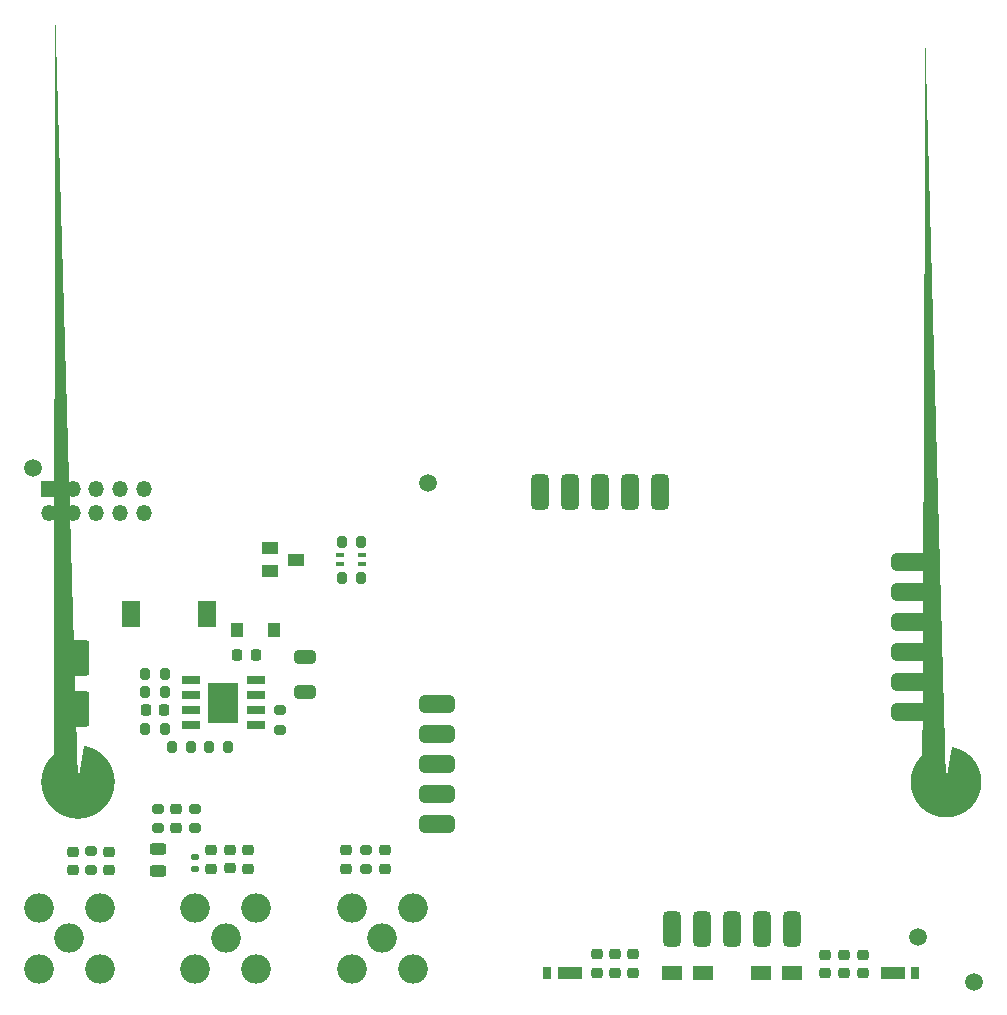
<source format=gts>
G04 #@! TF.GenerationSoftware,KiCad,Pcbnew,9.0.0*
G04 #@! TF.CreationDate,2025-09-02T12:19:59+03:00*
G04 #@! TF.ProjectId,GSM_SMA_V1.0,47534d5f-534d-4415-9f56-312e302e6b69,rev?*
G04 #@! TF.SameCoordinates,Original*
G04 #@! TF.FileFunction,Soldermask,Top*
G04 #@! TF.FilePolarity,Negative*
%FSLAX46Y46*%
G04 Gerber Fmt 4.6, Leading zero omitted, Abs format (unit mm)*
G04 Created by KiCad (PCBNEW 9.0.0) date 2025-09-02 12:19:59*
%MOMM*%
%LPD*%
G01*
G04 APERTURE LIST*
G04 Aperture macros list*
%AMRoundRect*
0 Rectangle with rounded corners*
0 $1 Rounding radius*
0 $2 $3 $4 $5 $6 $7 $8 $9 X,Y pos of 4 corners*
0 Add a 4 corners polygon primitive as box body*
4,1,4,$2,$3,$4,$5,$6,$7,$8,$9,$2,$3,0*
0 Add four circle primitives for the rounded corners*
1,1,$1+$1,$2,$3*
1,1,$1+$1,$4,$5*
1,1,$1+$1,$6,$7*
1,1,$1+$1,$8,$9*
0 Add four rect primitives between the rounded corners*
20,1,$1+$1,$2,$3,$4,$5,0*
20,1,$1+$1,$4,$5,$6,$7,0*
20,1,$1+$1,$6,$7,$8,$9,0*
20,1,$1+$1,$8,$9,$2,$3,0*%
%AMFreePoly0*
4,1,57,0.519269,3.056200,0.858190,2.978844,1.186319,2.864027,1.499529,2.713193,1.793881,2.528239,2.065674,2.311491,2.311491,2.065674,2.528239,1.793881,2.713193,1.499529,2.864027,1.186319,2.978844,0.858190,3.056200,0.519269,3.095123,0.173818,3.095123,-0.173818,3.056200,-0.519269,2.978844,-0.858190,2.864027,-1.186319,2.713193,-1.499529,2.528239,-1.793881,2.311491,-2.065674,
2.065674,-2.311491,1.793881,-2.528239,1.499529,-2.713193,1.186319,-2.864027,0.858190,-2.978844,0.519269,-3.056200,0.173818,-3.095123,-0.173818,-3.095123,-0.519269,-3.056200,-0.858190,-2.978844,-1.186319,-2.864027,-1.499529,-2.713193,-1.793881,-2.528239,-2.065674,-2.311491,-2.311491,-2.065674,-2.528239,-1.793881,-2.713193,-1.499529,-2.864027,-1.186319,-2.978844,-0.858190,-3.056200,-0.519269,
-3.095123,-0.173818,-3.095123,0.173818,-3.056200,0.519269,-2.978844,0.858190,-2.864027,1.186319,-2.713193,1.499529,-2.528239,1.793881,-2.311491,2.065674,-2.065674,2.311491,-1.793881,2.528239,-1.499529,2.713193,-1.186319,2.864027,-0.858190,2.978844,-0.519269,3.056200,-0.173818,3.095123,0.173818,3.095123,0.519269,3.056200,0.519269,3.056200,$1*%
%AMFreePoly1*
4,1,57,0.502519,2.957613,0.830507,2.882752,1.148050,2.771639,1.451157,2.625670,1.736014,2.446683,1.999040,2.236926,2.236926,1.999040,2.446683,1.736014,2.625670,1.451157,2.771639,1.148050,2.882752,0.830507,2.957613,0.502519,2.995280,0.168211,2.995280,-0.168211,2.957613,-0.502519,2.882752,-0.830507,2.771639,-1.148050,2.625670,-1.451157,2.446683,-1.736014,2.236926,-1.999040,
1.999040,-2.236926,1.736014,-2.446683,1.451157,-2.625670,1.148050,-2.771639,0.830507,-2.882752,0.502519,-2.957613,0.168211,-2.995280,-0.168211,-2.995280,-0.502519,-2.957613,-0.830507,-2.882752,-1.148050,-2.771639,-1.451157,-2.625670,-1.736014,-2.446683,-1.999040,-2.236926,-2.236926,-1.999040,-2.446683,-1.736014,-2.625670,-1.451157,-2.771639,-1.148050,-2.882752,-0.830507,-2.957613,-0.502519,
-2.995280,-0.168211,-2.995280,0.168211,-2.957613,0.502519,-2.882752,0.830507,-2.771639,1.148050,-2.625670,1.451157,-2.446683,1.736014,-2.236926,1.999040,-1.999040,2.236926,-1.736014,2.446683,-1.451157,2.625670,-1.148050,2.771639,-0.830507,2.882752,-0.502519,2.957613,-0.168211,2.995280,0.168211,2.995280,0.502519,2.957613,0.502519,2.957613,$1*%
G04 Aperture macros list end*
%ADD10RoundRect,0.225000X0.250000X-0.225000X0.250000X0.225000X-0.250000X0.225000X-0.250000X-0.225000X0*%
%ADD11RoundRect,0.225000X-0.250000X0.225000X-0.250000X-0.225000X0.250000X-0.225000X0.250000X0.225000X0*%
%ADD12C,1.500000*%
%ADD13RoundRect,0.225000X0.225000X0.250000X-0.225000X0.250000X-0.225000X-0.250000X0.225000X-0.250000X0*%
%ADD14R,1.400000X1.000000*%
%ADD15RoundRect,0.200000X-0.200000X-0.275000X0.200000X-0.275000X0.200000X0.275000X-0.200000X0.275000X0*%
%ADD16R,1.600000X2.200000*%
%ADD17RoundRect,0.200000X0.275000X-0.200000X0.275000X0.200000X-0.275000X0.200000X-0.275000X-0.200000X0*%
%ADD18R,1.120000X1.220000*%
%ADD19R,2.000000X1.100000*%
%ADD20R,0.800000X1.100000*%
%ADD21R,0.750000X0.400000*%
%ADD22FreePoly0,270.000000*%
%ADD23O,2.500000X2.500000*%
%ADD24RoundRect,0.250000X0.650000X-0.325000X0.650000X0.325000X-0.650000X0.325000X-0.650000X-0.325000X0*%
%ADD25R,1.800000X1.230000*%
%ADD26RoundRect,0.200000X0.200000X0.275000X-0.200000X0.275000X-0.200000X-0.275000X0.200000X-0.275000X0*%
%ADD27RoundRect,0.250000X-0.550000X1.250000X-0.550000X-1.250000X0.550000X-1.250000X0.550000X1.250000X0*%
%ADD28FreePoly1,270.000000*%
%ADD29RoundRect,0.375000X1.125000X0.375000X-1.125000X0.375000X-1.125000X-0.375000X1.125000X-0.375000X0*%
%ADD30RoundRect,0.375000X-0.375000X1.125000X-0.375000X-1.125000X0.375000X-1.125000X0.375000X1.125000X0*%
%ADD31RoundRect,0.200000X-0.275000X0.200000X-0.275000X-0.200000X0.275000X-0.200000X0.275000X0.200000X0*%
%ADD32RoundRect,0.147500X-0.172500X0.147500X-0.172500X-0.147500X0.172500X-0.147500X0.172500X0.147500X0*%
%ADD33R,1.525000X0.700000*%
%ADD34R,2.560000X3.450000*%
%ADD35RoundRect,0.243750X0.456250X-0.243750X0.456250X0.243750X-0.456250X0.243750X-0.456250X-0.243750X0*%
%ADD36R,1.350000X1.350000*%
%ADD37O,1.350000X1.350000*%
G04 APERTURE END LIST*
D10*
X144950000Y-119650000D03*
X144950000Y-118100000D03*
D11*
X91360000Y-109255000D03*
X91360000Y-110805000D03*
D12*
X151190000Y-116610000D03*
D13*
X95135000Y-92700000D03*
X93585000Y-92700000D03*
D10*
X127080000Y-119615000D03*
X127080000Y-118065000D03*
D14*
X96390000Y-83691500D03*
X96390000Y-85591500D03*
X98590000Y-84641500D03*
D13*
X87405000Y-97390000D03*
X85855000Y-97390000D03*
D15*
X85805000Y-94320000D03*
X87455000Y-94320000D03*
D16*
X91020000Y-89250000D03*
X84620000Y-89250000D03*
D17*
X104510000Y-110855000D03*
X104510000Y-109205000D03*
D18*
X93580000Y-90580000D03*
X96680000Y-90580000D03*
D19*
X149070000Y-119655000D03*
D20*
X150970000Y-119655000D03*
D11*
X106130000Y-109265000D03*
X106130000Y-110815000D03*
D12*
X76280000Y-76920000D03*
D21*
X104150453Y-85050055D03*
X104150453Y-84250055D03*
X102300453Y-84250055D03*
X102300453Y-85050055D03*
D17*
X81180000Y-110955000D03*
X81180000Y-109305000D03*
D10*
X125540000Y-119615000D03*
X125540000Y-118065000D03*
D12*
X155970000Y-120400000D03*
D22*
X80130000Y-103490000D03*
D23*
X105860000Y-116690000D03*
X103285000Y-114115000D03*
X108435000Y-114115000D03*
X108435000Y-119265000D03*
X103285000Y-119265000D03*
D11*
X94510000Y-109255000D03*
X94510000Y-110805000D03*
D19*
X121740000Y-119610000D03*
D20*
X119840000Y-119610000D03*
D12*
X109760000Y-78190000D03*
D10*
X124010000Y-119610000D03*
X124010000Y-118060000D03*
D11*
X79650000Y-109365000D03*
X79650000Y-110915000D03*
D24*
X99310000Y-95825000D03*
X99310000Y-92875000D03*
D10*
X92940000Y-110785000D03*
X92940000Y-109235000D03*
D25*
X130410000Y-119620000D03*
X133030000Y-119620000D03*
D10*
X143360000Y-119650000D03*
X143360000Y-118100000D03*
D26*
X89705000Y-100510000D03*
X88055000Y-100510000D03*
D27*
X80280000Y-92930000D03*
X80280000Y-97330000D03*
D28*
X153630000Y-103490000D03*
D29*
X110470000Y-107010000D03*
X110470000Y-104470000D03*
X110470000Y-101930000D03*
X110470000Y-99390000D03*
X110470000Y-96850000D03*
D30*
X119260000Y-78900000D03*
X121800000Y-78900000D03*
X124340000Y-78900000D03*
X126880000Y-78900000D03*
X129420000Y-78900000D03*
D29*
X150480000Y-84880000D03*
X150480000Y-87420000D03*
X150480000Y-89960000D03*
X150480000Y-92500000D03*
X150480000Y-95040000D03*
X150480000Y-97580000D03*
D30*
X140570000Y-115900000D03*
X138030000Y-115900000D03*
X135490000Y-115900000D03*
X132950000Y-115900000D03*
X130410000Y-115900000D03*
D11*
X82740000Y-109370000D03*
X82740000Y-110920000D03*
D15*
X85815000Y-98950000D03*
X87465000Y-98950000D03*
X102428933Y-83109673D03*
X104078933Y-83109673D03*
D26*
X87455000Y-95850000D03*
X85805000Y-95850000D03*
D31*
X97192000Y-97390000D03*
X97192000Y-99040000D03*
D23*
X92610000Y-116690000D03*
X90035000Y-114115000D03*
X95185000Y-114115000D03*
X95185000Y-119265000D03*
X90035000Y-119265000D03*
D11*
X102810000Y-109255000D03*
X102810000Y-110805000D03*
D32*
X89970000Y-109845000D03*
X89970000Y-110815000D03*
D33*
X89708000Y-94855000D03*
X89708000Y-96125000D03*
X89708000Y-97395000D03*
X89708000Y-98665000D03*
X95132000Y-98665000D03*
X95132000Y-97395000D03*
X95132000Y-96125000D03*
X95132000Y-94855000D03*
D34*
X92420000Y-96760000D03*
D35*
X86910000Y-110977500D03*
X86910000Y-109102500D03*
D25*
X140570000Y-119650000D03*
X137950000Y-119650000D03*
D23*
X79360000Y-116690000D03*
X76785000Y-114115000D03*
X81935000Y-114115000D03*
X81935000Y-119265000D03*
X76785000Y-119265000D03*
D26*
X104100000Y-86240000D03*
X102450000Y-86240000D03*
D17*
X86890000Y-107395000D03*
X86890000Y-105745000D03*
D31*
X89970000Y-105745000D03*
X89970000Y-107395000D03*
D10*
X146530000Y-119650000D03*
X146530000Y-118100000D03*
D15*
X91155000Y-100510000D03*
X92805000Y-100510000D03*
D11*
X88430000Y-105795000D03*
X88430000Y-107345000D03*
D36*
X77650000Y-78670000D03*
D37*
X77650000Y-80670000D03*
X79650000Y-78670000D03*
X79650000Y-80670000D03*
X81650000Y-78670000D03*
X81650000Y-80670000D03*
X83650000Y-78670000D03*
X83650000Y-80670000D03*
X85650000Y-78670000D03*
X85650000Y-80670000D03*
M02*

</source>
